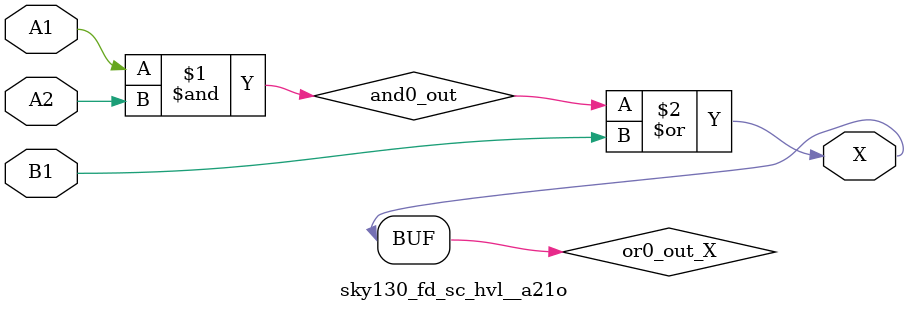
<source format=v>
/*
 * Copyright 2020 The SkyWater PDK Authors
 *
 * Licensed under the Apache License, Version 2.0 (the "License");
 * you may not use this file except in compliance with the License.
 * You may obtain a copy of the License at
 *
 *     https://www.apache.org/licenses/LICENSE-2.0
 *
 * Unless required by applicable law or agreed to in writing, software
 * distributed under the License is distributed on an "AS IS" BASIS,
 * WITHOUT WARRANTIES OR CONDITIONS OF ANY KIND, either express or implied.
 * See the License for the specific language governing permissions and
 * limitations under the License.
 *
 * SPDX-License-Identifier: Apache-2.0
*/


`ifndef SKY130_FD_SC_HVL__A21O_FUNCTIONAL_V
`define SKY130_FD_SC_HVL__A21O_FUNCTIONAL_V

/**
 * a21o: 2-input AND into first input of 2-input OR.
 *
 *       X = ((A1 & A2) | B1)
 *
 * Verilog simulation functional model.
 */

`timescale 1ns / 1ps
`default_nettype none

`celldefine
module sky130_fd_sc_hvl__a21o (
    X ,
    A1,
    A2,
    B1
);

    // Module ports
    output X ;
    input  A1;
    input  A2;
    input  B1;

    // Local signals
    wire and0_out ;
    wire or0_out_X;

    //  Name  Output     Other arguments
    and and0 (and0_out , A1, A2         );
    or  or0  (or0_out_X, and0_out, B1   );
    buf buf0 (X        , or0_out_X      );

endmodule
`endcelldefine

`default_nettype wire
`endif  // SKY130_FD_SC_HVL__A21O_FUNCTIONAL_V

</source>
